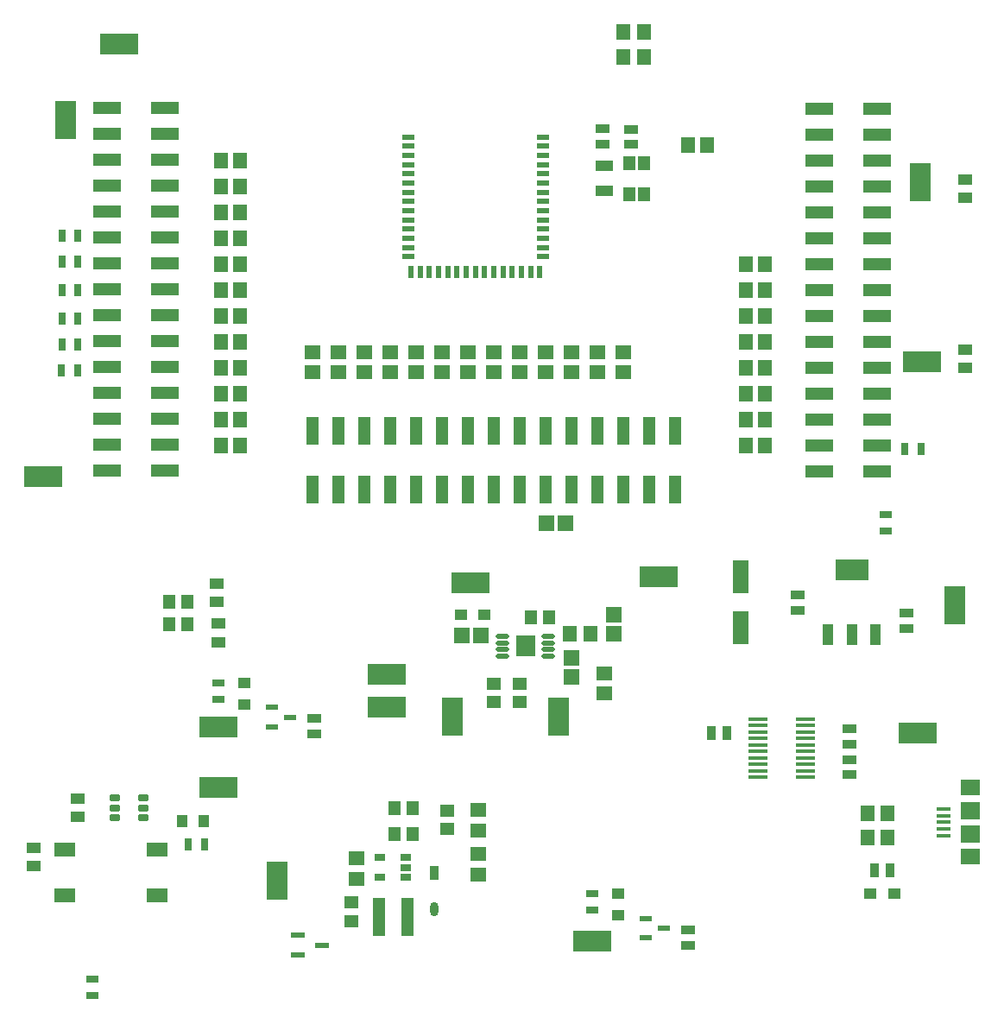
<source format=gtp>
G04*
G04 #@! TF.GenerationSoftware,Altium Limited,Altium Designer,23.7.1 (13)*
G04*
G04 Layer_Color=8421504*
%FSLAX43Y43*%
%MOMM*%
G71*
G04*
G04 #@! TF.SameCoordinates,7FBB53E4-5163-4D6D-B0BA-52333DB4A2EE*
G04*
G04*
G04 #@! TF.FilePolarity,Positive*
G04*
G01*
G75*
%ADD20R,3.800X2.030*%
%ADD21R,1.500X1.400*%
%ADD22R,2.030X3.800*%
%ADD23R,1.850X2.150*%
%ADD24O,1.350X0.500*%
%ADD25R,1.400X1.500*%
%ADD26R,1.350X0.400*%
%ADD27R,1.900X1.800*%
%ADD28O,1.950X0.400*%
%ADD29R,0.610X1.270*%
%ADD30R,1.270X0.610*%
%ADD31R,1.150X1.350*%
%ADD32R,1.500X1.600*%
%ADD33R,1.600X1.500*%
G04:AMPARAMS|DCode=34|XSize=0.6mm|YSize=1mm|CornerRadius=0.051mm|HoleSize=0mm|Usage=FLASHONLY|Rotation=90.000|XOffset=0mm|YOffset=0mm|HoleType=Round|Shape=RoundedRectangle|*
%AMROUNDEDRECTD34*
21,1,0.600,0.898,0,0,90.0*
21,1,0.498,1.000,0,0,90.0*
1,1,0.102,0.449,0.249*
1,1,0.102,0.449,-0.249*
1,1,0.102,-0.449,-0.249*
1,1,0.102,-0.449,0.249*
%
%ADD34ROUNDEDRECTD34*%
%ADD35R,1.450X0.600*%
%ADD36R,1.350X0.950*%
%ADD37R,2.790X1.270*%
%ADD38R,0.800X1.250*%
%ADD39R,1.250X0.800*%
%ADD40R,1.150X1.450*%
%ADD41R,1.350X1.000*%
%ADD42R,0.950X1.350*%
G04:AMPARAMS|DCode=43|XSize=1mm|YSize=2.05mm|CornerRadius=0.05mm|HoleSize=0mm|Usage=FLASHONLY|Rotation=180.000|XOffset=0mm|YOffset=0mm|HoleType=Round|Shape=RoundedRectangle|*
%AMROUNDEDRECTD43*
21,1,1.000,1.950,0,0,180.0*
21,1,0.900,2.050,0,0,180.0*
1,1,0.100,-0.450,0.975*
1,1,0.100,0.450,0.975*
1,1,0.100,0.450,-0.975*
1,1,0.100,-0.450,-0.975*
%
%ADD43ROUNDEDRECTD43*%
G04:AMPARAMS|DCode=44|XSize=3.25mm|YSize=2.05mm|CornerRadius=0.051mm|HoleSize=0mm|Usage=FLASHONLY|Rotation=180.000|XOffset=0mm|YOffset=0mm|HoleType=Round|Shape=RoundedRectangle|*
%AMROUNDEDRECTD44*
21,1,3.250,1.948,0,0,180.0*
21,1,3.148,2.050,0,0,180.0*
1,1,0.103,-1.574,0.974*
1,1,0.103,1.574,0.974*
1,1,0.103,1.574,-0.974*
1,1,0.103,-1.574,-0.974*
%
%ADD44ROUNDEDRECTD44*%
%ADD45R,1.600X3.200*%
%ADD46R,1.350X1.550*%
%ADD47R,1.270X2.790*%
%ADD48R,1.200X0.600*%
%ADD49R,1.300X1.100*%
%ADD50R,1.100X1.300*%
%ADD51R,2.100X1.400*%
%ADD52R,1.150X1.000*%
%ADD53R,1.450X1.150*%
%ADD54R,1.400X1.200*%
G04:AMPARAMS|DCode=55|XSize=1.408mm|YSize=0.822mm|CornerRadius=0.411mm|HoleSize=0mm|Usage=FLASHONLY|Rotation=270.000|XOffset=0mm|YOffset=0mm|HoleType=Round|Shape=RoundedRectangle|*
%AMROUNDEDRECTD55*
21,1,1.408,0.000,0,0,270.0*
21,1,0.586,0.822,0,0,270.0*
1,1,0.822,0.000,-0.293*
1,1,0.822,0.000,0.293*
1,1,0.822,0.000,0.293*
1,1,0.822,0.000,-0.293*
%
%ADD55ROUNDEDRECTD55*%
%ADD56R,0.822X1.408*%
%ADD57R,1.200X1.400*%
%ADD58R,1.194X3.708*%
G04:AMPARAMS|DCode=59|XSize=1.1mm|YSize=0.6mm|CornerRadius=0.051mm|HoleSize=0mm|Usage=FLASHONLY|Rotation=180.000|XOffset=0mm|YOffset=0mm|HoleType=Round|Shape=RoundedRectangle|*
%AMROUNDEDRECTD59*
21,1,1.100,0.498,0,0,180.0*
21,1,0.998,0.600,0,0,180.0*
1,1,0.102,-0.499,0.249*
1,1,0.102,0.499,0.249*
1,1,0.102,0.499,-0.249*
1,1,0.102,-0.499,-0.249*
%
%ADD59ROUNDEDRECTD59*%
%ADD60R,1.800X1.000*%
%ADD61R,1.400X1.550*%
%ADD62R,1.550X1.400*%
%ADD63R,1.900X1.575*%
D20*
X15037Y97003D02*
D03*
X49530Y44196D02*
D03*
X7620Y54610D02*
D03*
X93409Y29464D02*
D03*
X67996Y44722D02*
D03*
X41275Y32004D02*
D03*
X24831Y24133D02*
D03*
X93828Y65811D02*
D03*
X41275Y35225D02*
D03*
X61478Y9048D02*
D03*
X24831Y29999D02*
D03*
D21*
X62662Y33290D02*
D03*
X62662Y35290D02*
D03*
X50292Y15580D02*
D03*
Y17580D02*
D03*
Y19898D02*
D03*
Y21898D02*
D03*
X38319Y17158D02*
D03*
Y15158D02*
D03*
D22*
X9779Y89535D02*
D03*
X30593Y14989D02*
D03*
X97028Y41935D02*
D03*
X93624Y83439D02*
D03*
X58166Y31064D02*
D03*
X47752D02*
D03*
D23*
X54915Y37948D02*
D03*
D24*
X57140Y36973D02*
D03*
Y37623D02*
D03*
Y38273D02*
D03*
Y38923D02*
D03*
X52690Y36973D02*
D03*
Y37623D02*
D03*
Y38273D02*
D03*
Y38923D02*
D03*
D25*
X66532Y98171D02*
D03*
X64532Y98171D02*
D03*
X66532Y95758D02*
D03*
X64532Y95758D02*
D03*
X61261Y39192D02*
D03*
X59261Y39192D02*
D03*
D26*
X95877Y21344D02*
D03*
Y20694D02*
D03*
Y21994D02*
D03*
Y20044D02*
D03*
Y19394D02*
D03*
D27*
X98552Y19544D02*
D03*
Y21844D02*
D03*
D28*
X77685Y30798D02*
D03*
Y30163D02*
D03*
Y29528D02*
D03*
Y28892D02*
D03*
Y28257D02*
D03*
Y27622D02*
D03*
Y26987D02*
D03*
Y26353D02*
D03*
Y25718D02*
D03*
Y25083D02*
D03*
X82335Y30798D02*
D03*
Y30163D02*
D03*
Y29528D02*
D03*
Y28892D02*
D03*
Y28257D02*
D03*
Y27622D02*
D03*
Y26987D02*
D03*
Y26353D02*
D03*
Y25718D02*
D03*
Y25083D02*
D03*
D29*
X43690Y74676D02*
D03*
X44590D02*
D03*
X45490D02*
D03*
X46390D02*
D03*
X47300D02*
D03*
X48200D02*
D03*
X49100D02*
D03*
X50000D02*
D03*
X50900D02*
D03*
X51800D02*
D03*
X52710D02*
D03*
X53610D02*
D03*
X54510D02*
D03*
X55410D02*
D03*
X56310D02*
D03*
D30*
X43381Y87865D02*
D03*
Y86965D02*
D03*
Y86065D02*
D03*
Y85165D02*
D03*
Y84255D02*
D03*
Y83355D02*
D03*
Y82455D02*
D03*
Y81555D02*
D03*
Y80655D02*
D03*
Y79755D02*
D03*
Y78845D02*
D03*
Y77945D02*
D03*
Y77045D02*
D03*
Y76145D02*
D03*
X56619D02*
D03*
Y77045D02*
D03*
Y77945D02*
D03*
Y78845D02*
D03*
Y79755D02*
D03*
Y80655D02*
D03*
Y81555D02*
D03*
Y82455D02*
D03*
Y83355D02*
D03*
Y84255D02*
D03*
Y85165D02*
D03*
Y86065D02*
D03*
Y86965D02*
D03*
Y87865D02*
D03*
D31*
X66511Y85344D02*
D03*
X65061D02*
D03*
Y82296D02*
D03*
X66511D02*
D03*
D32*
X58862Y50038D02*
D03*
X56962D02*
D03*
X50543Y38991D02*
D03*
X48643D02*
D03*
D33*
X59398Y34896D02*
D03*
Y36796D02*
D03*
X63602Y39161D02*
D03*
Y41061D02*
D03*
D34*
X17416Y23051D02*
D03*
Y22101D02*
D03*
Y21151D02*
D03*
X14666D02*
D03*
Y22101D02*
D03*
Y23051D02*
D03*
D35*
X32607Y7686D02*
D03*
X34957Y8636D02*
D03*
X32607Y9586D02*
D03*
D36*
X65278Y88634D02*
D03*
Y87134D02*
D03*
X92246Y39710D02*
D03*
Y41210D02*
D03*
X81578Y42988D02*
D03*
Y41488D02*
D03*
X34229Y29353D02*
D03*
Y30853D02*
D03*
X70876Y8618D02*
D03*
Y10118D02*
D03*
X86675Y28333D02*
D03*
Y29833D02*
D03*
Y26848D02*
D03*
Y25348D02*
D03*
X62484Y87191D02*
D03*
Y88691D02*
D03*
D37*
X19558Y55145D02*
D03*
X13848D02*
D03*
X19558Y57685D02*
D03*
X13848D02*
D03*
X19558Y60225D02*
D03*
X13848D02*
D03*
X19558Y62765D02*
D03*
X13848D02*
D03*
X19558Y65305D02*
D03*
X13848D02*
D03*
X19558Y67845D02*
D03*
X13848D02*
D03*
X19558Y70385D02*
D03*
X13848D02*
D03*
X19558Y72925D02*
D03*
Y75465D02*
D03*
Y78005D02*
D03*
Y80545D02*
D03*
X13848D02*
D03*
X19558Y83085D02*
D03*
X13848D02*
D03*
X19558Y85625D02*
D03*
X13848D02*
D03*
X19558Y88165D02*
D03*
X13848D02*
D03*
X19558Y90705D02*
D03*
X13848Y75465D02*
D03*
Y72925D02*
D03*
Y78005D02*
D03*
Y90705D02*
D03*
X89420Y55118D02*
D03*
X83710D02*
D03*
X89420Y57658D02*
D03*
X83710D02*
D03*
X89420Y60198D02*
D03*
X83710D02*
D03*
X89420Y62738D02*
D03*
X83710D02*
D03*
X89420Y65278D02*
D03*
X83710D02*
D03*
X89420Y67818D02*
D03*
X83710D02*
D03*
X89420Y70358D02*
D03*
X83710D02*
D03*
X89420Y72898D02*
D03*
Y75438D02*
D03*
Y77978D02*
D03*
Y80518D02*
D03*
X83710D02*
D03*
X89420Y83058D02*
D03*
X83710D02*
D03*
X89420Y85598D02*
D03*
X83710D02*
D03*
X89420Y88138D02*
D03*
X83710D02*
D03*
X89420Y90678D02*
D03*
X83710Y75438D02*
D03*
Y72898D02*
D03*
Y77978D02*
D03*
Y90678D02*
D03*
D38*
X92113Y57252D02*
D03*
X93713D02*
D03*
X9395Y64961D02*
D03*
X10995D02*
D03*
X9433Y67501D02*
D03*
X11033D02*
D03*
X9433Y70041D02*
D03*
X11033D02*
D03*
X9436Y78232D02*
D03*
X11036D02*
D03*
X9436Y75692D02*
D03*
X11036D02*
D03*
X9436Y72898D02*
D03*
X11036D02*
D03*
X21845Y18545D02*
D03*
X23445D02*
D03*
D39*
X90221Y49213D02*
D03*
Y50813D02*
D03*
X61478Y13658D02*
D03*
Y12058D02*
D03*
X12446Y3690D02*
D03*
Y5290D02*
D03*
X24831Y34321D02*
D03*
Y32721D02*
D03*
D40*
X57190Y40785D02*
D03*
X55440D02*
D03*
X21741Y42280D02*
D03*
X19991D02*
D03*
X21741Y40132D02*
D03*
X19991D02*
D03*
D41*
X24765Y40143D02*
D03*
Y38343D02*
D03*
X24638Y42280D02*
D03*
Y44080D02*
D03*
X6643Y16375D02*
D03*
Y18175D02*
D03*
X98044Y65256D02*
D03*
Y67056D02*
D03*
X97993Y83704D02*
D03*
Y81904D02*
D03*
X10961Y23001D02*
D03*
Y21201D02*
D03*
D42*
X90666Y16002D02*
D03*
X89166D02*
D03*
X74652Y29464D02*
D03*
X73152D02*
D03*
D43*
X84612Y39063D02*
D03*
X86912D02*
D03*
X89212D02*
D03*
D44*
X86912Y45413D02*
D03*
D45*
X75990Y39738D02*
D03*
Y44738D02*
D03*
D46*
X88433Y19208D02*
D03*
X90383D02*
D03*
X88437Y21598D02*
D03*
X90387D02*
D03*
D47*
X69596Y59050D02*
D03*
Y53340D02*
D03*
X67056Y59050D02*
D03*
Y53340D02*
D03*
X64516Y59050D02*
D03*
Y53340D02*
D03*
X61976Y59050D02*
D03*
Y53340D02*
D03*
X59436Y59050D02*
D03*
Y53340D02*
D03*
X56896Y59050D02*
D03*
Y53340D02*
D03*
X54356Y59050D02*
D03*
Y53340D02*
D03*
X51816Y59050D02*
D03*
X49276D02*
D03*
X46736D02*
D03*
X44196D02*
D03*
Y53340D02*
D03*
X41656Y59050D02*
D03*
Y53340D02*
D03*
X39116Y59050D02*
D03*
Y53340D02*
D03*
X36576Y59050D02*
D03*
Y53340D02*
D03*
X34036Y59050D02*
D03*
X49276Y53340D02*
D03*
X51816D02*
D03*
X46736D02*
D03*
X34036D02*
D03*
D48*
X68474Y10318D02*
D03*
X66674Y9368D02*
D03*
Y11268D02*
D03*
X31827Y30981D02*
D03*
X30027Y30031D02*
D03*
Y31931D02*
D03*
D49*
X64018Y11554D02*
D03*
Y13654D02*
D03*
X27371Y32217D02*
D03*
Y34317D02*
D03*
D50*
X23319Y20831D02*
D03*
X21219D02*
D03*
D51*
X18791Y18037D02*
D03*
X9691D02*
D03*
X18791Y13537D02*
D03*
X9691D02*
D03*
D52*
X50904Y41061D02*
D03*
X48554D02*
D03*
X88741Y13716D02*
D03*
X91091D02*
D03*
D53*
X54356Y34225D02*
D03*
Y32475D02*
D03*
X51816Y34225D02*
D03*
Y32475D02*
D03*
D54*
X47244Y21798D02*
D03*
Y19998D02*
D03*
X37846Y12804D02*
D03*
Y11004D02*
D03*
D55*
X45974Y12190D02*
D03*
D56*
Y15750D02*
D03*
D57*
X42026Y22098D02*
D03*
X43826D02*
D03*
X42026Y19558D02*
D03*
X43826D02*
D03*
D58*
X43307Y11430D02*
D03*
X40513D02*
D03*
D59*
X40610Y15306D02*
D03*
Y17206D02*
D03*
X43210D02*
D03*
Y16256D02*
D03*
Y15306D02*
D03*
D60*
X62611Y85070D02*
D03*
Y82570D02*
D03*
D61*
X70812Y87122D02*
D03*
X72712D02*
D03*
X26924Y57658D02*
D03*
X25024D02*
D03*
Y60198D02*
D03*
X26924D02*
D03*
Y62738D02*
D03*
X25024D02*
D03*
Y65278D02*
D03*
X26924D02*
D03*
X25024Y67818D02*
D03*
X26924D02*
D03*
X25024Y70358D02*
D03*
X26924D02*
D03*
X26924Y72898D02*
D03*
X25024D02*
D03*
X26924Y75438D02*
D03*
X25024D02*
D03*
X26924Y77978D02*
D03*
X25024D02*
D03*
X26924Y80518D02*
D03*
X25024D02*
D03*
X26924Y83058D02*
D03*
X25024D02*
D03*
X26924Y85598D02*
D03*
X25024D02*
D03*
X78420Y57658D02*
D03*
X76520D02*
D03*
X78420Y60198D02*
D03*
X76520D02*
D03*
X78420Y62738D02*
D03*
X76520D02*
D03*
X78420Y65278D02*
D03*
X76520D02*
D03*
X78420Y67818D02*
D03*
X76520D02*
D03*
X78420Y70358D02*
D03*
X76520D02*
D03*
X78420Y72898D02*
D03*
X76520D02*
D03*
X78420Y75438D02*
D03*
X76520D02*
D03*
D62*
X34036Y66736D02*
D03*
Y64836D02*
D03*
X36576Y66736D02*
D03*
Y64836D02*
D03*
X39116Y66736D02*
D03*
Y64836D02*
D03*
X41656Y66736D02*
D03*
Y64836D02*
D03*
X44196Y66736D02*
D03*
Y64836D02*
D03*
X46736Y66736D02*
D03*
Y64836D02*
D03*
X64516Y64836D02*
D03*
Y66736D02*
D03*
X61976Y64836D02*
D03*
Y66736D02*
D03*
X59436Y64836D02*
D03*
Y66736D02*
D03*
X56896Y64836D02*
D03*
Y66736D02*
D03*
X54340Y64836D02*
D03*
Y66736D02*
D03*
X49276Y64836D02*
D03*
Y66736D02*
D03*
X51816Y64836D02*
D03*
Y66736D02*
D03*
D63*
X98552Y24081D02*
D03*
X98552Y17307D02*
D03*
M02*

</source>
